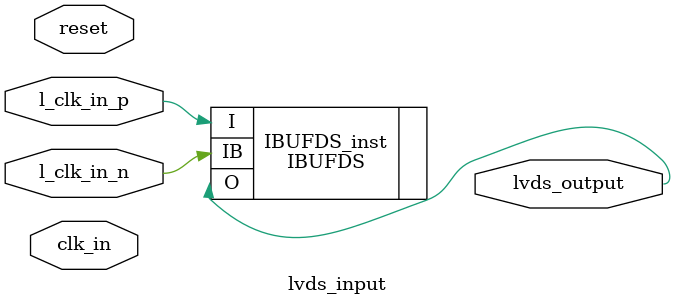
<source format=sv>
`timescale 1ns / 1ps


module lvds_input(
    input wire clk_in,        // Input clock signal
    input wire reset,         // Reset signal
    input wire l_clk_in_p,    // Positive LVDS clock output
    input wire l_clk_in_n,     // Negative LVDS clock output
    output wire lvds_output
    );
    
IBUFDS #(
   .DIFF_TERM("TRUE"),       // Differential Termination
   .IBUF_LOW_PWR("TRUE"),     // Low power="TRUE", Highest performance="FALSE"
   .IOSTANDARD("LVDS_25")     // Specify the output I/O standard  LVDS_25
) IBUFDS_inst (
   .O(lvds_output),  // Buffer output
   .I(l_clk_in_p),  // Diff_p buffer input (connect directly to top-level port)
   .IB(l_clk_in_n) // Diff_n buffer input (connect directly to top-level port)
);
    
    
endmodule

</source>
